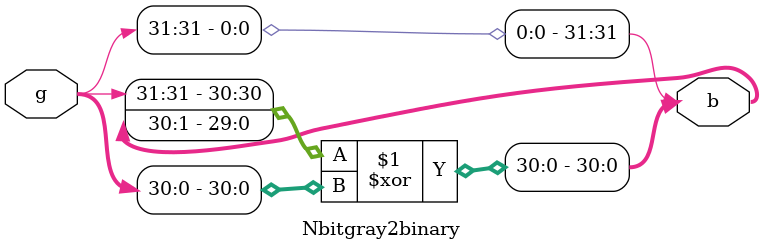
<source format=v>
module Nbitgray2binary#(parameter n = 32)
  (
    input [n-1:0]g,
    output [n-1:0]b);
  assign b = {g[n-1], b[n-1:1]^g[n-2:0]};

endmodule

</source>
